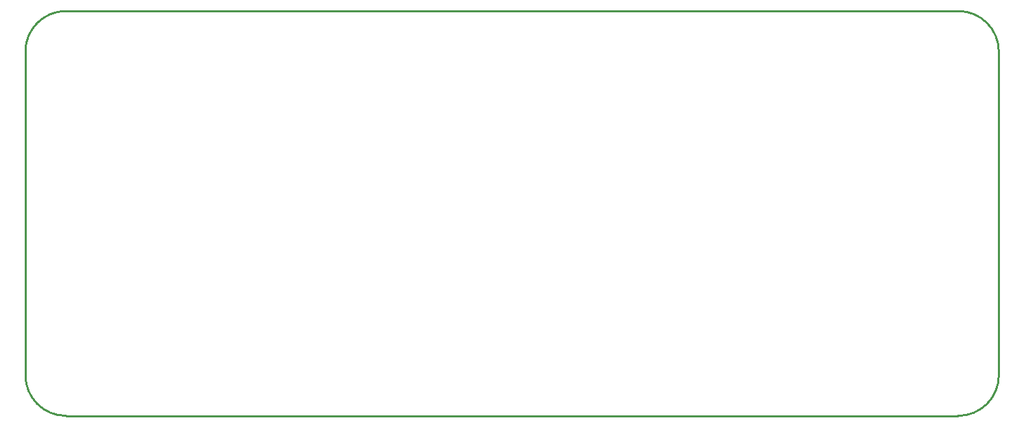
<source format=gko>
G04 Layer: BoardOutlineLayer*
G04 EasyEDA v6.5.39, 2025-03-31 16:42:18*
G04 8c5cdcb6969146bda3c33439ce40f75b,8c5f514d37a848dc893bb94b3339d7fb,10*
G04 Gerber Generator version 0.2*
G04 Scale: 100 percent, Rotated: No, Reflected: No *
G04 Dimensions in millimeters *
G04 leading zeros omitted , absolute positions ,4 integer and 5 decimal *
%FSLAX45Y45*%
%MOMM*%

%ADD10C,0.2540*%
D10*
X-7200Y5531109D02*
G01*
X-7200Y9531101D01*
X11492776Y5031110D02*
G01*
X492798Y5031110D01*
X11992775Y9531101D02*
G01*
X11992775Y5531109D01*
X492798Y10031100D02*
G01*
X11492776Y10031100D01*
G75*
G01*
X11492776Y5031110D02*
G03*
X11992775Y5531109I0J499999D01*
G75*
G01*
X11992775Y9531101D02*
G03*
X11492776Y10031100I-499999J0D01*
G75*
G01*
X-7201Y5531109D02*
G03*
X492798Y5031110I499999J0D01*
G75*
G01*
X492798Y10031100D02*
G03*
X-7201Y9531101I0J-499999D01*

%LPD*%
M02*

</source>
